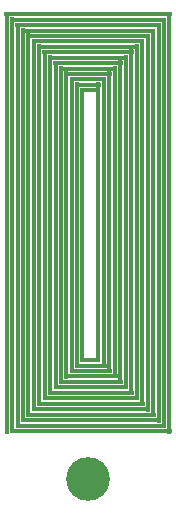
<source format=gts>
G04 ---------------------------- Layer name :TOP SOLDER LAYER*
G04 EasyEDA v5.3.2, Thu, 15 Mar 2018 12:19:24 GMT*
G04 Gerber Generator version 0.2*
G04 Scale: 100 percent, Rotated: No, Reflected: No *
G04 Dimensions in millimeters *
G04 leading zeros omitted , absolute positions ,3 integer and 3 decimal *
%FSLAX33Y33*%
%MOMM*%
G90*
G71D02*

%ADD12R,0.431800X35.703129*%
%ADD13R,14.203172X0.431800*%
%ADD14R,13.743178X0.431800*%
%ADD15R,0.431800X35.243008*%
%ADD16R,13.283174X0.431800*%
%ADD17R,0.431800X34.783131*%
%ADD18R,12.823175X0.431800*%
%ADD19R,0.431800X34.323020*%
%ADD20R,12.363176X0.431800*%
%ADD21R,0.431800X33.863026*%
%ADD22R,11.903202X0.431800*%
%ADD23R,0.431800X33.403134*%
%ADD24R,11.443178X0.431800*%
%ADD25R,0.431800X32.943135*%
%ADD26R,10.983214X0.431800*%
%ADD27R,0.431800X32.483135*%
%ADD28R,10.523179X0.431800*%
%ADD29R,0.431800X32.023136*%
%ADD30R,10.063226X0.431800*%
%ADD31R,0.431800X31.563056*%
%ADD32R,9.603181X0.431800*%
%ADD33R,0.431800X31.103062*%
%ADD34R,9.143182X0.431800*%
%ADD35R,0.431800X30.643139*%
%ADD36R,8.683183X0.431800*%
%ADD37R,0.431800X30.183140*%
%ADD38R,8.223184X0.431800*%
%ADD39R,0.431800X29.723080*%
%ADD40R,7.763256X0.431800*%
%ADD41R,0.431800X29.263086*%
%ADD42R,7.303262X0.431800*%
%ADD43R,0.431800X28.803143*%
%ADD44R,6.843268X0.431800*%
%ADD45R,0.431800X28.343098*%
%ADD46R,6.383274X0.431800*%
%ADD47R,0.431800X27.883145*%
%ADD48R,5.923189X0.431800*%
%ADD49R,0.431800X27.423146*%
%ADD50R,5.463189X0.431800*%
%ADD51R,0.431800X26.963146*%
%ADD52R,5.003292X0.431800*%
%ADD53R,0.431800X26.503147*%
%ADD54R,4.543298X0.431800*%
%ADD55R,0.431800X26.043148*%
%ADD56R,4.083304X0.431800*%
%ADD57R,0.431800X25.583149*%
%ADD58R,3.623193X0.431800*%
%ADD59R,0.431800X25.123150*%
%ADD60R,3.163316X0.431800*%
%ADD61R,0.431800X24.663151*%
%ADD62R,2.703195X0.431800*%
%ADD63R,0.431800X24.203152*%
%ADD64R,2.243196X0.431800*%
%ADD65R,0.431800X23.743158*%
%ADD66R,1.783197X0.431800*%
%ADD67R,0.431800X23.283164*%
%ADD68R,1.323198X0.431800*%
%ADD69C,3.703066*%

%LPD*%
G54D12*
G01X605Y25273D03*
G54D13*
G01X7491Y42909D03*
G54D12*
G01X14377Y25272D03*
G54D14*
G01X7721Y7625D03*
G54D15*
G01X1067Y25030D03*
G54D16*
G01X7491Y42439D03*
G54D17*
G01X13917Y25266D03*
G54D18*
G01X7721Y8091D03*
G54D19*
G01X1525Y25036D03*
G54D20*
G01X7489Y41986D03*
G54D21*
G01X13454Y25272D03*
G54D22*
G01X7716Y8559D03*
G54D23*
G01X1980Y25046D03*
G54D24*
G01X7482Y41531D03*
G54D25*
G01X12986Y25275D03*
G54D26*
G01X7712Y9024D03*
G54D27*
G01X2437Y25048D03*
G54D28*
G01X7485Y41075D03*
G54D29*
G01X12530Y25279D03*
G54D30*
G01X7706Y9483D03*
G54D31*
G01X2890Y25050D03*
G54D32*
G01X7488Y40624D03*
G54D33*
G01X12071Y25286D03*
G54D34*
G01X7715Y9954D03*
G54D35*
G01X3360Y25063D03*
G54D36*
G01X7487Y40168D03*
G54D37*
G01X11613Y25292D03*
G54D38*
G01X7713Y10414D03*
G54D39*
G01X3817Y25061D03*
G54D40*
G01X7483Y39705D03*
G54D41*
G01X11149Y25289D03*
G54D42*
G01X7714Y10872D03*
G54D43*
G01X4277Y25061D03*
G54D44*
G01X7482Y39245D03*
G54D45*
G01X10686Y25285D03*
G54D46*
G01X7709Y11329D03*
G54D47*
G01X4735Y25055D03*
G54D48*
G01X7479Y38780D03*
G54D49*
G01X10227Y25282D03*
G54D50*
G01X7710Y11787D03*
G54D51*
G01X5194Y25054D03*
G54D52*
G01X7478Y38319D03*
G54D53*
G01X9764Y25282D03*
G54D54*
G01X7708Y12247D03*
G54D55*
G01X5650Y25052D03*
G54D56*
G01X7478Y37858D03*
G54D57*
G01X9303Y25282D03*
G54D58*
G01X7706Y12701D03*
G54D59*
G01X6109Y25047D03*
G54D60*
G01X7472Y37393D03*
G54D61*
G01X8837Y25276D03*
G54D62*
G01X7700Y13161D03*
G54D63*
G01X6564Y25045D03*
G54D64*
G01X7468Y36949D03*
G54D65*
G01X8372Y25292D03*
G54D66*
G01X7685Y13634D03*
G54D67*
G01X7009Y25057D03*
G54D68*
G01X7450Y36482D03*
G54D69*
G01X7466Y3573D03*
M00*
M02*

</source>
